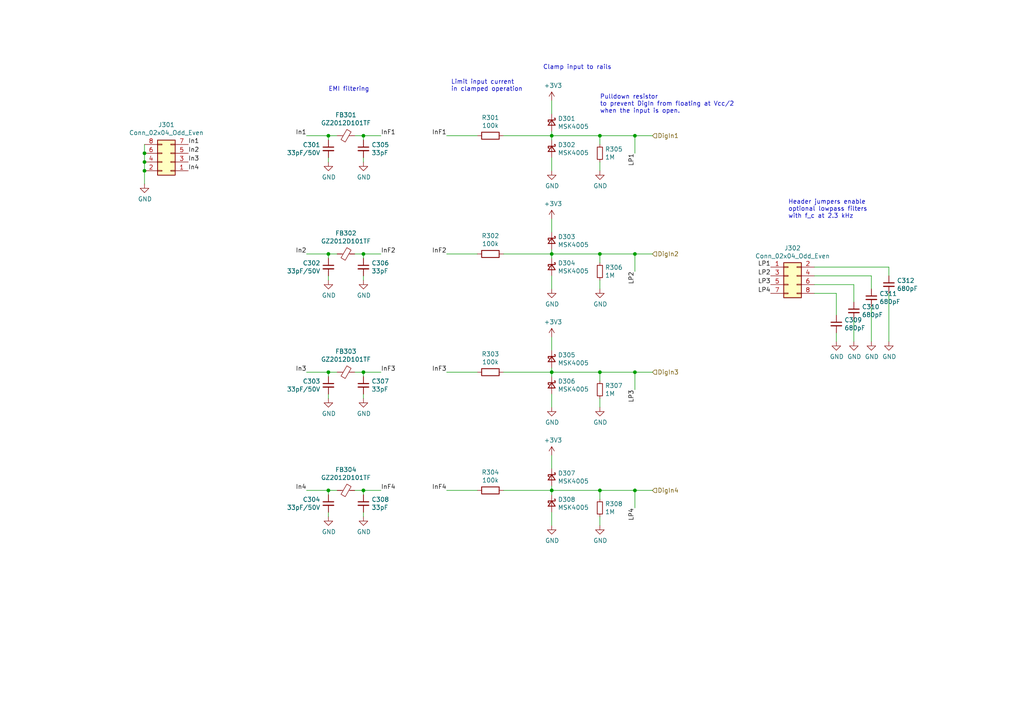
<source format=kicad_sch>
(kicad_sch (version 20211123) (generator eeschema)
  (paper "A4")
  (title_block (title "Engine Top Hat for SH-ESP32") (date "2022-02-03") (rev "1.0.0") (comment 1 "https://creativecommons.org/licenses/by/4.0") (comment 3 "This design is licensed under CC BY 4.0."))
  (lib_symbols
    (symbol "Connector_Generic:Conn_02x04_Odd_Even" (pin_names (offset 1.016) hide)
      (property "Reference" "J" (at 1.27 5.08 0))
      (property "Value" "Conn_02x04_Odd_Even" (at 1.27 -7.62 0))
      (symbol "Conn_02x04_Odd_Even_1_1"
        (rectangle (start -1.27 -4.953) (end 0 -5.207) (stroke (width 0.1524)))
        (rectangle (start -1.27 -2.413) (end 0 -2.667) (stroke (width 0.1524)))
        (rectangle (start -1.27 0.127) (end 0 -0.127) (stroke (width 0.1524)))
        (rectangle (start -1.27 2.667) (end 0 2.413) (stroke (width 0.1524)))
        (rectangle (start -1.27 3.81) (end 3.81 -6.35) (stroke (width 0.254)) (fill (type background)))
        (rectangle (start 3.81 -4.953) (end 2.54 -5.207) (stroke (width 0.1524)))
        (rectangle (start 3.81 -2.413) (end 2.54 -2.667) (stroke (width 0.1524)))
        (rectangle (start 3.81 0.127) (end 2.54 -0.127) (stroke (width 0.1524)))
        (rectangle (start 3.81 2.667) (end 2.54 2.413) (stroke (width 0.1524)))
        (pin passive line (at -5.08 2.54 0) (length 3.81) (name "Pin_1") (number "1"))
        (pin passive line (at 7.62 2.54 180) (length 3.81) (name "Pin_2") (number "2"))
        (pin passive line (at -5.08 0 0) (length 3.81) (name "Pin_3") (number "3"))
        (pin passive line (at 7.62 0 180) (length 3.81) (name "Pin_4") (number "4"))
        (pin passive line (at -5.08 -2.54 0) (length 3.81) (name "Pin_5") (number "5"))
        (pin passive line (at 7.62 -2.54 180) (length 3.81) (name "Pin_6") (number "6"))
        (pin passive line (at -5.08 -5.08 0) (length 3.81) (name "Pin_7") (number "7"))
        (pin passive line (at 7.62 -5.08 180) (length 3.81) (name "Pin_8") (number "8"))
      )
    )
    (symbol "Device:C_Small" (pin_numbers hide) (pin_names (offset 0.254) hide)
      (property "Reference" "C" (at 0.254 1.778 0))
      (property "Value" "C_Small" (at 0.254 -2.032 0))
      (symbol "C_Small_0_1"
        (polyline (pts (xy -1.524 -0.508) (xy 1.524 -0.508)) (stroke (width 0.3302)))
        (polyline (pts (xy -1.524 0.508) (xy 1.524 0.508)) (stroke (width 0.3048)))
      )
      (symbol "C_Small_1_1"
        (pin passive line (at 0 2.54 270) (length 2.032) (name "~") (number "1"))
        (pin passive line (at 0 -2.54 90) (length 2.032) (name "~") (number "2"))
      )
    )
    (symbol "Device:D_Schottky_Small" (pin_numbers hide) (pin_names (offset 0.254) hide)
      (property "Reference" "D" (at -1.27 2.032 0))
      (property "Value" "D_Schottky_Small" (at -7.112 -2.032 0))
      (symbol "D_Schottky_Small_0_1"
        (polyline (pts (xy -0.762 0) (xy 0.762 0)))
        (polyline (pts (xy 0.762 -1.016) (xy -0.762 0) (xy 0.762 1.016) (xy 0.762 -1.016)) (stroke (width 0.254)))
        (polyline (pts (xy -1.27 0.762) (xy -1.27 1.016) (xy -0.762 1.016) (xy -0.762 -1.016) (xy -0.254 -1.016) (xy -0.254 -0.762)) (stroke (width 0.254)))
      )
      (symbol "D_Schottky_Small_1_1"
        (pin passive line (at -2.54 0 0) (length 1.778) (name "K") (number "1"))
        (pin passive line (at 2.54 0 180) (length 1.778) (name "A") (number "2"))
      )
    )
    (symbol "Device:FerriteBead_Small" (pin_numbers hide) (pin_names (offset 0))
      (property "Reference" "FB" (at 1.905 1.27 0))
      (property "Value" "FerriteBead_Small" (at 1.905 -1.27 0))
      (symbol "FerriteBead_Small_0_1"
        (polyline (pts (xy 0 -1.27) (xy 0 -0.7874)))
        (polyline (pts (xy 0 0.889) (xy 0 1.2954)))
        (polyline (pts (xy -1.8288 0.2794) (xy -1.1176 1.4986) (xy 1.8288 -0.2032) (xy 1.1176 -1.4224) (xy -1.8288 0.2794)))
      )
      (symbol "FerriteBead_Small_1_1"
        (pin passive line (at 0 2.54 270) (length 1.27) (name "~") (number "1"))
        (pin passive line (at 0 -2.54 90) (length 1.27) (name "~") (number "2"))
      )
    )
    (symbol "Device:R" (pin_numbers hide) (pin_names (offset 0))
      (property "Reference" "R" (at 2.032 0 90))
      (property "Value" "R" (at 0 0 90))
      (symbol "R_0_1"
        (rectangle (start -1.016 -2.54) (end 1.016 2.54) (stroke (width 0.254)))
      )
      (symbol "R_1_1"
        (pin passive line (at 0 3.81 270) (length 1.27) (name "~") (number "1"))
        (pin passive line (at 0 -3.81 90) (length 1.27) (name "~") (number "2"))
      )
    )
    (symbol "Device:R_Small" (pin_numbers hide) (pin_names (offset 0.254) hide)
      (property "Reference" "R" (at 0.762 0.508 0))
      (property "Value" "R_Small" (at 0.762 -1.016 0))
      (symbol "R_Small_0_1"
        (rectangle (start -0.762 1.778) (end 0.762 -1.778) (stroke (width 0.2032)))
      )
      (symbol "R_Small_1_1"
        (pin passive line (at 0 2.54 270) (length 0.762) (name "~") (number "1"))
        (pin passive line (at 0 -2.54 90) (length 0.762) (name "~") (number "2"))
      )
    )
    (symbol "power:+3V3" (power) (pin_names (offset 0))
      (property "Value" "+3V3" (at 0 3.556 0))
      (symbol "+3V3_0_1"
        (polyline (pts (xy -0.762 1.27) (xy 0 2.54)))
        (polyline (pts (xy 0 0) (xy 0 2.54)))
        (polyline (pts (xy 0 2.54) (xy 0.762 1.27)))
      )
      (symbol "+3V3_1_1"
        (pin power_in line (at 0 0 90) (length 0) hide (name "+3V3") (number "1"))
      )
    )
    (symbol "power:GND" (power) (pin_names (offset 0))
      (property "Value" "GND" (at 0 -3.81 0))
      (symbol "GND_0_1"
        (polyline (pts (xy 0 0) (xy 0 -1.27) (xy 1.27 -1.27) (xy 0 -2.54) (xy -1.27 -1.27) (xy 0 -1.27)))
      )
      (symbol "GND_1_1"
        (pin power_in line (at 0 0 270) (length 0) hide (name "GND") (number "1"))
      )
    )
  )
  (junction (at 173.99 142.24))
  (junction (at 173.99 107.95))
  (junction (at 95.25 39.37))
  (junction (at 160.02 73.66))
  (junction (at 173.99 73.66))
  (junction (at 105.41 73.66))
  (junction (at 105.41 142.24))
  (junction (at 105.41 107.95))
  (junction (at 184.15 39.37))
  (junction (at 160.02 107.95))
  (junction (at 95.25 73.66))
  (junction (at 41.91 44.45))
  (junction (at 105.41 39.37))
  (junction (at 173.99 39.37))
  (junction (at 184.15 142.24))
  (junction (at 95.25 142.24))
  (junction (at 95.25 107.95))
  (junction (at 41.91 49.53))
  (junction (at 160.02 39.37))
  (junction (at 184.15 107.95))
  (junction (at 160.02 142.24))
  (junction (at 41.91 46.99))
  (junction (at 184.15 73.66))
  (wire (pts (xy 252.73 80.01) (xy 236.22 80.01)))
  (wire (pts (xy 247.65 82.55) (xy 236.22 82.55)))
  (wire (pts (xy 41.91 49.53) (xy 41.91 46.99)))
  (wire (pts (xy 160.02 140.97) (xy 160.02 142.24)))
  (wire (pts (xy 160.02 45.72) (xy 160.02 49.53)))
  (wire (pts (xy 160.02 97.79) (xy 160.02 101.6)))
  (wire (pts (xy 184.15 142.24) (xy 189.23 142.24)))
  (wire (pts (xy 160.02 72.39) (xy 160.02 73.66)))
  (wire (pts (xy 160.02 63.5) (xy 160.02 67.31)))
  (wire (pts (xy 95.25 109.22) (xy 95.25 107.95)))
  (wire (pts (xy 184.15 107.95) (xy 189.23 107.95)))
  (wire (pts (xy 41.91 49.53) (xy 41.91 53.34)))
  (wire (pts (xy 252.73 83.82) (xy 252.73 80.01)))
  (wire (pts (xy 88.9 39.37) (xy 95.25 39.37)))
  (wire (pts (xy 160.02 109.22) (xy 160.02 107.95)))
  (wire (pts (xy 184.15 107.95) (xy 184.15 113.03)))
  (wire (pts (xy 146.05 73.66) (xy 160.02 73.66)))
  (wire (pts (xy 184.15 73.66) (xy 184.15 78.74)))
  (wire (pts (xy 160.02 39.37) (xy 173.99 39.37)))
  (wire (pts (xy 105.41 74.93) (xy 105.41 73.66)))
  (wire (pts (xy 138.43 39.37) (xy 129.54 39.37)))
  (wire (pts (xy 257.81 77.47) (xy 236.22 77.47)))
  (wire (pts (xy 160.02 148.59) (xy 160.02 152.4)))
  (wire (pts (xy 184.15 39.37) (xy 189.23 39.37)))
  (wire (pts (xy 173.99 76.2) (xy 173.99 73.66)))
  (wire (pts (xy 160.02 40.64) (xy 160.02 39.37)))
  (wire (pts (xy 184.15 142.24) (xy 184.15 147.32)))
  (wire (pts (xy 146.05 142.24) (xy 160.02 142.24)))
  (wire (pts (xy 247.65 82.55) (xy 247.65 87.63)))
  (wire (pts (xy 252.73 88.9) (xy 252.73 99.06)))
  (wire (pts (xy 95.25 115.57) (xy 95.25 114.3)))
  (wire (pts (xy 102.87 73.66) (xy 105.41 73.66)))
  (wire (pts (xy 95.25 149.86) (xy 95.25 148.59)))
  (wire (pts (xy 105.41 109.22) (xy 105.41 107.95)))
  (wire (pts (xy 173.99 152.4) (xy 173.99 149.86)))
  (wire (pts (xy 242.57 96.52) (xy 242.57 99.06)))
  (wire (pts (xy 160.02 114.3) (xy 160.02 118.11)))
  (wire (pts (xy 95.25 142.24) (xy 97.79 142.24)))
  (wire (pts (xy 102.87 142.24) (xy 105.41 142.24)))
  (wire (pts (xy 173.99 118.11) (xy 173.99 115.57)))
  (wire (pts (xy 160.02 142.24) (xy 173.99 142.24)))
  (wire (pts (xy 160.02 80.01) (xy 160.02 83.82)))
  (wire (pts (xy 160.02 73.66) (xy 173.99 73.66)))
  (wire (pts (xy 173.99 144.78) (xy 173.99 142.24)))
  (wire (pts (xy 88.9 107.95) (xy 95.25 107.95)))
  (wire (pts (xy 173.99 49.53) (xy 173.99 46.99)))
  (wire (pts (xy 105.41 143.51) (xy 105.41 142.24)))
  (wire (pts (xy 173.99 41.91) (xy 173.99 39.37)))
  (wire (pts (xy 95.25 107.95) (xy 97.79 107.95)))
  (wire (pts (xy 105.41 73.66) (xy 110.49 73.66)))
  (wire (pts (xy 173.99 142.24) (xy 184.15 142.24)))
  (wire (pts (xy 105.41 142.24) (xy 110.49 142.24)))
  (wire (pts (xy 105.41 46.99) (xy 105.41 45.72)))
  (wire (pts (xy 105.41 115.57) (xy 105.41 114.3)))
  (wire (pts (xy 105.41 149.86) (xy 105.41 148.59)))
  (wire (pts (xy 105.41 81.28) (xy 105.41 80.01)))
  (wire (pts (xy 184.15 39.37) (xy 184.15 44.45)))
  (wire (pts (xy 88.9 73.66) (xy 95.25 73.66)))
  (wire (pts (xy 95.25 81.28) (xy 95.25 80.01)))
  (wire (pts (xy 95.25 143.51) (xy 95.25 142.24)))
  (wire (pts (xy 160.02 142.24) (xy 160.02 143.51)))
  (wire (pts (xy 247.65 99.06) (xy 247.65 92.71)))
  (wire (pts (xy 41.91 46.99) (xy 41.91 44.45)))
  (wire (pts (xy 173.99 83.82) (xy 173.99 81.28)))
  (wire (pts (xy 184.15 73.66) (xy 189.23 73.66)))
  (wire (pts (xy 95.25 46.99) (xy 95.25 45.72)))
  (wire (pts (xy 173.99 107.95) (xy 184.15 107.95)))
  (wire (pts (xy 146.05 39.37) (xy 160.02 39.37)))
  (wire (pts (xy 138.43 107.95) (xy 129.54 107.95)))
  (wire (pts (xy 95.25 73.66) (xy 97.79 73.66)))
  (wire (pts (xy 257.81 80.01) (xy 257.81 77.47)))
  (wire (pts (xy 88.9 142.24) (xy 95.25 142.24)))
  (wire (pts (xy 173.99 73.66) (xy 184.15 73.66)))
  (wire (pts (xy 95.25 39.37) (xy 97.79 39.37)))
  (wire (pts (xy 242.57 85.09) (xy 236.22 85.09)))
  (wire (pts (xy 160.02 106.68) (xy 160.02 107.95)))
  (wire (pts (xy 105.41 107.95) (xy 110.49 107.95)))
  (wire (pts (xy 138.43 142.24) (xy 129.54 142.24)))
  (wire (pts (xy 242.57 91.44) (xy 242.57 85.09)))
  (wire (pts (xy 105.41 40.64) (xy 105.41 39.37)))
  (wire (pts (xy 146.05 107.95) (xy 160.02 107.95)))
  (wire (pts (xy 41.91 41.91) (xy 41.91 44.45)))
  (wire (pts (xy 160.02 107.95) (xy 173.99 107.95)))
  (wire (pts (xy 95.25 74.93) (xy 95.25 73.66)))
  (wire (pts (xy 105.41 39.37) (xy 110.49 39.37)))
  (wire (pts (xy 173.99 39.37) (xy 184.15 39.37)))
  (wire (pts (xy 160.02 74.93) (xy 160.02 73.66)))
  (wire (pts (xy 173.99 110.49) (xy 173.99 107.95)))
  (wire (pts (xy 257.81 85.09) (xy 257.81 99.06)))
  (wire (pts (xy 102.87 107.95) (xy 105.41 107.95)))
  (wire (pts (xy 160.02 29.21) (xy 160.02 33.02)))
  (wire (pts (xy 160.02 38.1) (xy 160.02 39.37)))
  (wire (pts (xy 138.43 73.66) (xy 129.54 73.66)))
  (wire (pts (xy 95.25 40.64) (xy 95.25 39.37)))
  (wire (pts (xy 160.02 132.08) (xy 160.02 135.89)))
  (wire (pts (xy 102.87 39.37) (xy 105.41 39.37)))
  (text "Pulldown resistor\nto prevent DigIn from floating at Vcc/2\nwhen the input is open." (at 173.99 33.02 0) (effects (font (size 1.27 1.27)) (justify left bottom)))
  (text "EMI filtering" (at 95.25 26.67 0) (effects (font (size 1.27 1.27)) (justify left bottom)))
  (text "Clamp input to rails" (at 157.48 20.32 0) (effects (font (size 1.27 1.27)) (justify left bottom)))
  (text "Header jumpers enable\noptional lowpass filters\nwith f_c at 2.3 kHz" (at 228.6 63.5 0) (effects (font (size 1.27 1.27)) (justify left bottom)))
  (text "Limit input current\nin clamped operation" (at 130.81 26.67 0) (effects (font (size 1.27 1.27)) (justify left bottom)))
  (label "In2" (at 54.61 44.45 0))
  (label "LP2" (at 223.52 80.01 180))
  (label "In1" (at 54.61 41.91 0))
  (label "InF4" (at 110.49 142.24 0))
  (label "LP4" (at 184.15 147.32 270))
  (label "In3" (at 54.61 46.99 0))
  (label "LP1" (at 223.52 77.47 180))
  (label "LP4" (at 223.52 85.09 180))
  (label "In4" (at 54.61 49.53 0))
  (label "LP1" (at 184.15 44.45 270))
  (label "InF4" (at 129.54 142.24 180))
  (label "LP3" (at 184.15 113.03 270))
  (label "InF3" (at 110.49 107.95 0))
  (label "In1" (at 88.9 39.37 180))
  (label "In4" (at 88.9 142.24 180))
  (label "InF1" (at 129.54 39.37 180))
  (label "In2" (at 88.9 73.66 180))
  (label "LP3" (at 223.52 82.55 180))
  (label "InF3" (at 129.54 107.95 180))
  (label "InF2" (at 129.54 73.66 180))
  (label "InF1" (at 110.49 39.37 0))
  (label "In3" (at 88.9 107.95 180))
  (label "LP2" (at 184.15 78.74 270))
  (label "InF2" (at 110.49 73.66 0))
  (hierarchical_label "DigIn3" (shape input) (at 189.23 107.95 0))
  (hierarchical_label "DigIn2" (shape input) (at 189.23 73.66 0))
  (hierarchical_label "DigIn4" (shape input) (at 189.23 142.24 0))
  (hierarchical_label "DigIn1" (shape input) (at 189.23 39.37 0))
  (symbol (lib_id "Connector_Generic:Conn_02x04_Odd_Even") (at 49.53 46.99 180) (unit 1)
    (property "Reference" "J301" (at 48.26 36.195 0))
    (property "Value" "Conn_02x04_Odd_Even" (at 48.26 38.5064 0))
    (property "Footprint" "Connector_PinHeader_2.54mm:PinHeader_2x04_P2.54mm_Horizontal" (effects hide))
    (property "LCSC" "C358706" (effects hide))
  )
  (symbol (lib_id "power:GND") (at 41.91 53.34 0) (unit 1)
    (property "Reference" "#PWR0301" (effects hide))
    (property "Value" "GND" (at 42.037 57.7342 0))
  )
  (symbol (lib_id "Device:C_Small") (at 95.25 43.18 0) (mirror y) (unit 1)
    (property "Reference" "C301" (at 92.9132 42.0116 0) (effects (justify left)))
    (property "Value" "33pF/50V" (at 92.9132 44.323 0) (effects (justify left)))
    (property "Footprint" "Capacitor_SMD:C_0603_1608Metric" (effects hide))
    (property "LCSC" "C1663" (effects hide))
  )
  (symbol (lib_id "Device:C_Small") (at 105.41 43.18 0) (unit 1)
    (property "Reference" "C305" (at 107.7468 42.0116 0) (effects (justify left)))
    (property "Value" "33pF" (at 107.7468 44.323 0) (effects (justify left)))
    (property "Footprint" "Capacitor_SMD:C_0402_1005Metric" (effects hide))
    (property "LCSC" "C1562" (effects hide))
  )
  (symbol (lib_id "Device:FerriteBead_Small") (at 100.33 39.37 270) (unit 1)
    (property "Reference" "FB301" (at 100.33 33.3502 90))
    (property "Value" "GZ2012D101TF" (at 100.33 35.6616 90))
    (property "Footprint" "Inductor_SMD:L_0805_2012Metric" (effects hide))
    (property "LCSC" "C1015" (effects hide))
  )
  (symbol (lib_id "power:GND") (at 95.25 46.99 0) (unit 1)
    (property "Reference" "#PWR0302" (effects hide))
    (property "Value" "GND" (at 95.377 51.3842 0))
  )
  (symbol (lib_id "power:GND") (at 105.41 46.99 0) (unit 1)
    (property "Reference" "#PWR0306" (effects hide))
    (property "Value" "GND" (at 105.537 51.3842 0))
  )
  (symbol (lib_id "Device:R") (at 142.24 39.37 270) (unit 1)
    (property "Reference" "R301" (at 142.24 34.1122 90))
    (property "Value" "100k" (at 142.24 36.4236 90))
    (property "Footprint" "Resistor_SMD:R_0402_1005Metric" (effects hide))
    (property "LCSC" "C25741" (effects hide))
  )
  (symbol (lib_id "power:+3V3") (at 160.02 29.21 0) (unit 1)
    (property "Reference" "#PWR0310" (effects hide))
    (property "Value" "+3V3" (at 160.401 24.8158 0))
  )
  (symbol (lib_id "power:GND") (at 160.02 49.53 0) (unit 1)
    (property "Reference" "#PWR0311" (effects hide))
    (property "Value" "GND" (at 160.147 53.9242 0))
  )
  (symbol (lib_id "Device:C_Small") (at 257.81 82.55 0) (unit 1)
    (property "Reference" "C312" (at 260.1468 81.3816 0) (effects (justify left)))
    (property "Value" "680pF" (at 260.1468 83.693 0) (effects (justify left)))
    (property "Footprint" "Capacitor_SMD:C_0603_1608Metric" (effects hide))
    (property "LCSC" "C1630" (effects hide))
  )
  (symbol (lib_id "Device:C_Small") (at 252.73 86.36 0) (unit 1)
    (property "Reference" "C311" (at 255.0668 85.1916 0) (effects (justify left)))
    (property "Value" "680pF" (at 255.0668 87.503 0) (effects (justify left)))
    (property "Footprint" "Capacitor_SMD:C_0603_1608Metric" (effects hide))
    (property "LCSC" "C1630" (effects hide))
  )
  (symbol (lib_id "Device:C_Small") (at 247.65 90.17 0) (unit 1)
    (property "Reference" "C310" (at 249.9868 89.0016 0) (effects (justify left)))
    (property "Value" "680pF" (at 249.9868 91.313 0) (effects (justify left)))
    (property "Footprint" "Capacitor_SMD:C_0603_1608Metric" (effects hide))
    (property "LCSC" "C1630" (effects hide))
  )
  (symbol (lib_id "Device:C_Small") (at 242.57 93.98 0) (unit 1)
    (property "Reference" "C309" (at 244.9068 92.8116 0) (effects (justify left)))
    (property "Value" "680pF" (at 244.9068 95.123 0) (effects (justify left)))
    (property "Footprint" "Capacitor_SMD:C_0603_1608Metric" (effects hide))
    (property "LCSC" "C1630" (effects hide))
  )
  (symbol (lib_id "power:GND") (at 242.57 99.06 0) (unit 1)
    (property "Reference" "#PWR0322" (effects hide))
    (property "Value" "GND" (at 242.697 103.4542 0))
  )
  (symbol (lib_id "power:GND") (at 247.65 99.06 0) (unit 1)
    (property "Reference" "#PWR0323" (effects hide))
    (property "Value" "GND" (at 247.777 103.4542 0))
  )
  (symbol (lib_id "power:GND") (at 252.73 99.06 0) (unit 1)
    (property "Reference" "#PWR0324" (effects hide))
    (property "Value" "GND" (at 252.857 103.4542 0))
  )
  (symbol (lib_id "power:GND") (at 257.81 99.06 0) (unit 1)
    (property "Reference" "#PWR0325" (effects hide))
    (property "Value" "GND" (at 257.937 103.4542 0))
  )
  (symbol (lib_id "Device:C_Small") (at 95.25 77.47 0) (mirror y) (unit 1)
    (property "Reference" "C302" (at 92.9132 76.3016 0) (effects (justify left)))
    (property "Value" "33pF/50V" (at 92.9132 78.613 0) (effects (justify left)))
    (property "Footprint" "Capacitor_SMD:C_0603_1608Metric" (effects hide))
    (property "LCSC" "C1663" (effects hide))
  )
  (symbol (lib_id "Device:C_Small") (at 105.41 77.47 0) (unit 1)
    (property "Reference" "C306" (at 107.7468 76.3016 0) (effects (justify left)))
    (property "Value" "33pF" (at 107.7468 78.613 0) (effects (justify left)))
    (property "Footprint" "Capacitor_SMD:C_0402_1005Metric" (effects hide))
    (property "LCSC" "C1562" (effects hide))
  )
  (symbol (lib_id "Device:FerriteBead_Small") (at 100.33 73.66 270) (unit 1)
    (property "Reference" "FB302" (at 100.33 67.6402 90))
    (property "Value" "GZ2012D101TF" (at 100.33 69.9516 90))
    (property "Footprint" "Inductor_SMD:L_0805_2012Metric" (effects hide))
    (property "LCSC" "C1015" (effects hide))
  )
  (symbol (lib_id "power:GND") (at 95.25 81.28 0) (unit 1)
    (property "Reference" "#PWR0303" (effects hide))
    (property "Value" "GND" (at 95.377 85.6742 0))
  )
  (symbol (lib_id "power:GND") (at 105.41 81.28 0) (unit 1)
    (property "Reference" "#PWR0307" (effects hide))
    (property "Value" "GND" (at 105.537 85.6742 0))
  )
  (symbol (lib_id "Device:R") (at 142.24 73.66 270) (unit 1)
    (property "Reference" "R302" (at 142.24 68.4022 90))
    (property "Value" "100k" (at 142.24 70.7136 90))
    (property "Footprint" "Resistor_SMD:R_0402_1005Metric" (effects hide))
    (property "LCSC" "C25741" (effects hide))
  )
  (symbol (lib_id "power:+3V3") (at 160.02 63.5 0) (unit 1)
    (property "Reference" "#PWR0312" (effects hide))
    (property "Value" "+3V3" (at 160.401 59.1058 0))
  )
  (symbol (lib_id "power:GND") (at 160.02 83.82 0) (unit 1)
    (property "Reference" "#PWR0313" (effects hide))
    (property "Value" "GND" (at 160.147 88.2142 0))
  )
  (symbol (lib_id "Device:C_Small") (at 95.25 111.76 0) (mirror y) (unit 1)
    (property "Reference" "C303" (at 92.9132 110.5916 0) (effects (justify left)))
    (property "Value" "33pF/50V" (at 92.9132 112.903 0) (effects (justify left)))
    (property "Footprint" "Capacitor_SMD:C_0603_1608Metric" (effects hide))
    (property "LCSC" "C1663" (effects hide))
  )
  (symbol (lib_id "Device:C_Small") (at 105.41 111.76 0) (unit 1)
    (property "Reference" "C307" (at 107.7468 110.5916 0) (effects (justify left)))
    (property "Value" "33pF" (at 107.7468 112.903 0) (effects (justify left)))
    (property "Footprint" "Capacitor_SMD:C_0402_1005Metric" (effects hide))
    (property "LCSC" "C1562" (effects hide))
  )
  (symbol (lib_id "Device:FerriteBead_Small") (at 100.33 107.95 270) (unit 1)
    (property "Reference" "FB303" (at 100.33 101.9302 90))
    (property "Value" "GZ2012D101TF" (at 100.33 104.2416 90))
    (property "Footprint" "Inductor_SMD:L_0805_2012Metric" (effects hide))
    (property "LCSC" "C1015" (effects hide))
  )
  (symbol (lib_id "power:GND") (at 95.25 115.57 0) (unit 1)
    (property "Reference" "#PWR0304" (effects hide))
    (property "Value" "GND" (at 95.377 119.9642 0))
  )
  (symbol (lib_id "power:GND") (at 105.41 115.57 0) (unit 1)
    (property "Reference" "#PWR0308" (effects hide))
    (property "Value" "GND" (at 105.537 119.9642 0))
  )
  (symbol (lib_id "Device:R") (at 142.24 107.95 270) (unit 1)
    (property "Reference" "R303" (at 142.24 102.6922 90))
    (property "Value" "100k" (at 142.24 105.0036 90))
    (property "Footprint" "Resistor_SMD:R_0402_1005Metric" (effects hide))
    (property "LCSC" "C25741" (effects hide))
  )
  (symbol (lib_id "power:+3V3") (at 160.02 97.79 0) (unit 1)
    (property "Reference" "#PWR0314" (effects hide))
    (property "Value" "+3V3" (at 160.401 93.3958 0))
  )
  (symbol (lib_id "power:GND") (at 160.02 118.11 0) (unit 1)
    (property "Reference" "#PWR0315" (effects hide))
    (property "Value" "GND" (at 160.147 122.5042 0))
  )
  (symbol (lib_id "Device:C_Small") (at 95.25 146.05 0) (mirror y) (unit 1)
    (property "Reference" "C304" (at 92.9132 144.8816 0) (effects (justify left)))
    (property "Value" "33pF/50V" (at 92.9132 147.193 0) (effects (justify left)))
    (property "Footprint" "Capacitor_SMD:C_0603_1608Metric" (effects hide))
    (property "LCSC" "C1663" (effects hide))
  )
  (symbol (lib_id "Device:C_Small") (at 105.41 146.05 0) (unit 1)
    (property "Reference" "C308" (at 107.7468 144.8816 0) (effects (justify left)))
    (property "Value" "33pF" (at 107.7468 147.193 0) (effects (justify left)))
    (property "Footprint" "Capacitor_SMD:C_0402_1005Metric" (effects hide))
    (property "LCSC" "C1562" (effects hide))
  )
  (symbol (lib_id "Device:FerriteBead_Small") (at 100.33 142.24 270) (unit 1)
    (property "Reference" "FB304" (at 100.33 136.2202 90))
    (property "Value" "GZ2012D101TF" (at 100.33 138.5316 90))
    (property "Footprint" "Inductor_SMD:L_0805_2012Metric" (effects hide))
    (property "LCSC" "C1015" (effects hide))
  )
  (symbol (lib_id "power:GND") (at 95.25 149.86 0) (unit 1)
    (property "Reference" "#PWR0305" (effects hide))
    (property "Value" "GND" (at 95.377 154.2542 0))
  )
  (symbol (lib_id "power:GND") (at 105.41 149.86 0) (unit 1)
    (property "Reference" "#PWR0309" (effects hide))
    (property "Value" "GND" (at 105.537 154.2542 0))
  )
  (symbol (lib_id "Device:R") (at 142.24 142.24 270) (unit 1)
    (property "Reference" "R304" (at 142.24 136.9822 90))
    (property "Value" "100k" (at 142.24 139.2936 90))
    (property "Footprint" "Resistor_SMD:R_0402_1005Metric" (effects hide))
    (property "LCSC" "C25741" (effects hide))
  )
  (symbol (lib_id "power:+3V3") (at 160.02 132.08 0) (unit 1)
    (property "Reference" "#PWR0316" (effects hide))
    (property "Value" "+3V3" (at 160.401 127.6858 0))
  )
  (symbol (lib_id "power:GND") (at 160.02 152.4 0) (unit 1)
    (property "Reference" "#PWR0317" (effects hide))
    (property "Value" "GND" (at 160.147 156.7942 0))
  )
  (symbol (lib_id "Device:D_Schottky_Small") (at 160.02 35.56 270) (unit 1)
    (property "Reference" "D301" (at 161.798 34.3916 90) (effects (justify left)))
    (property "Value" "MSK4005" (at 161.798 36.703 90) (effects (justify left)))
    (property "Footprint" "Diode_SMD:D_SOD-523" (effects hide))
    (property "LCSC" "C345957" (effects hide))
  )
  (symbol (lib_id "Device:D_Schottky_Small") (at 160.02 43.18 270) (unit 1)
    (property "Reference" "D302" (at 161.798 42.0116 90) (effects (justify left)))
    (property "Value" "MSK4005" (at 161.798 44.323 90) (effects (justify left)))
    (property "Footprint" "Diode_SMD:D_SOD-523" (effects hide))
    (property "LCSC" "C345957" (effects hide))
  )
  (symbol (lib_id "Device:D_Schottky_Small") (at 160.02 69.85 270) (unit 1)
    (property "Reference" "D303" (at 161.798 68.6816 90) (effects (justify left)))
    (property "Value" "MSK4005" (at 161.798 70.993 90) (effects (justify left)))
    (property "Footprint" "Diode_SMD:D_SOD-523" (effects hide))
    (property "LCSC" "C345957" (effects hide))
  )
  (symbol (lib_id "Device:D_Schottky_Small") (at 160.02 77.47 270) (unit 1)
    (property "Reference" "D304" (at 161.798 76.3016 90) (effects (justify left)))
    (property "Value" "MSK4005" (at 161.798 78.613 90) (effects (justify left)))
    (property "Footprint" "Diode_SMD:D_SOD-523" (effects hide))
    (property "LCSC" "C345957" (effects hide))
  )
  (symbol (lib_id "Device:D_Schottky_Small") (at 160.02 104.14 270) (unit 1)
    (property "Reference" "D305" (at 161.798 102.9716 90) (effects (justify left)))
    (property "Value" "MSK4005" (at 161.798 105.283 90) (effects (justify left)))
    (property "Footprint" "Diode_SMD:D_SOD-523" (effects hide))
    (property "LCSC" "C345957" (effects hide))
  )
  (symbol (lib_id "Device:D_Schottky_Small") (at 160.02 111.76 270) (unit 1)
    (property "Reference" "D306" (at 161.798 110.5916 90) (effects (justify left)))
    (property "Value" "MSK4005" (at 161.798 112.903 90) (effects (justify left)))
    (property "Footprint" "Diode_SMD:D_SOD-523" (effects hide))
    (property "LCSC" "C345957" (effects hide))
  )
  (symbol (lib_id "Device:D_Schottky_Small") (at 160.02 138.43 270) (unit 1)
    (property "Reference" "D307" (at 161.798 137.2616 90) (effects (justify left)))
    (property "Value" "MSK4005" (at 161.798 139.573 90) (effects (justify left)))
    (property "Footprint" "Diode_SMD:D_SOD-523" (effects hide))
    (property "LCSC" "C345957" (effects hide))
  )
  (symbol (lib_id "Device:D_Schottky_Small") (at 160.02 146.05 270) (unit 1)
    (property "Reference" "D308" (at 161.798 144.8816 90) (effects (justify left)))
    (property "Value" "MSK4005" (at 161.798 147.193 90) (effects (justify left)))
    (property "Footprint" "Diode_SMD:D_SOD-523" (effects hide))
    (property "LCSC" "C345957" (effects hide))
  )
  (symbol (lib_id "Connector_Generic:Conn_02x04_Odd_Even") (at 228.6 80.01 0) (unit 1)
    (property "Reference" "J302" (at 229.87 71.9582 0))
    (property "Value" "Conn_02x04_Odd_Even" (at 229.87 74.2696 0))
    (property "Footprint" "Connector_PinHeader_2.54mm:PinHeader_2x04_P2.54mm_Vertical" (effects hide))
    (property "LCSC" "C124386" (effects hide))
  )
  (symbol (lib_id "Device:R_Small") (at 173.99 44.45 0) (unit 1)
    (property "Reference" "R305" (at 175.4886 43.2816 0) (effects (justify left)))
    (property "Value" "1M" (at 175.4886 45.593 0) (effects (justify left)))
    (property "Footprint" "Resistor_SMD:R_0402_1005Metric" (effects hide))
    (property "LCSC" "C26083" (effects hide))
  )
  (symbol (lib_id "power:GND") (at 173.99 49.53 0) (unit 1)
    (property "Reference" "#PWR0318" (effects hide))
    (property "Value" "GND" (at 174.117 53.9242 0))
  )
  (symbol (lib_id "Device:R_Small") (at 173.99 78.74 0) (unit 1)
    (property "Reference" "R306" (at 175.4886 77.5716 0) (effects (justify left)))
    (property "Value" "1M" (at 175.4886 79.883 0) (effects (justify left)))
    (property "Footprint" "Resistor_SMD:R_0402_1005Metric" (effects hide))
    (property "LCSC" "C26083" (effects hide))
  )
  (symbol (lib_id "power:GND") (at 173.99 83.82 0) (unit 1)
    (property "Reference" "#PWR0319" (effects hide))
    (property "Value" "GND" (at 174.117 88.2142 0))
  )
  (symbol (lib_id "Device:R_Small") (at 173.99 147.32 0) (unit 1)
    (property "Reference" "R308" (at 175.4886 146.1516 0) (effects (justify left)))
    (property "Value" "1M" (at 175.4886 148.463 0) (effects (justify left)))
    (property "Footprint" "Resistor_SMD:R_0402_1005Metric" (effects hide))
    (property "LCSC" "C26083" (effects hide))
  )
  (symbol (lib_id "power:GND") (at 173.99 152.4 0) (unit 1)
    (property "Reference" "#PWR0321" (effects hide))
    (property "Value" "GND" (at 174.117 156.7942 0))
  )
  (symbol (lib_id "Device:R_Small") (at 173.99 113.03 0) (unit 1)
    (property "Reference" "R307" (at 175.4886 111.8616 0) (effects (justify left)))
    (property "Value" "1M" (at 175.4886 114.173 0) (effects (justify left)))
    (property "Footprint" "Resistor_SMD:R_0402_1005Metric" (effects hide))
    (property "LCSC" "C26083" (effects hide))
  )
  (symbol (lib_id "power:GND") (at 173.99 118.11 0) (unit 1)
    (property "Reference" "#PWR0320" (effects hide))
    (property "Value" "GND" (at 174.117 122.5042 0))
  )
)
</source>
